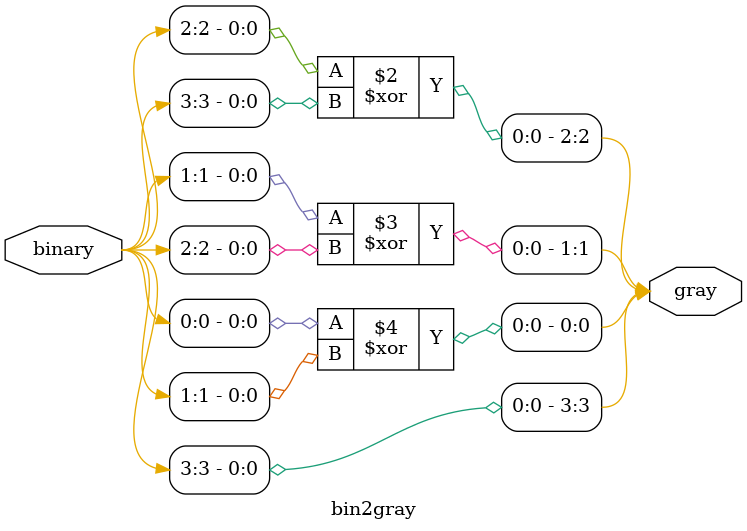
<source format=sv>
module bin2gray (
  input logic [3:0] binary,
  output logic [3:0] gray
);
 
 always_comb begin
 

 gray[3] = binary[3];
 gray[2] = binary[2] ^ binary[3];
 gray[1] = binary[1] ^ binary[2];
 gray[0] = binary[0] ^ binary[1];
 

 
 end
 
 
endmodule

</source>
